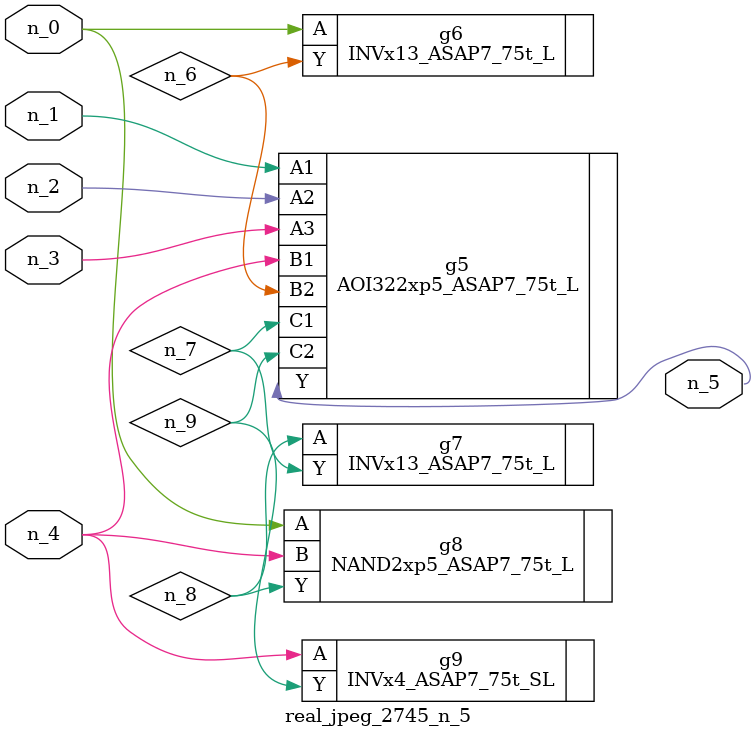
<source format=v>
module real_jpeg_2745_n_5 (n_4, n_0, n_1, n_2, n_3, n_5);

input n_4;
input n_0;
input n_1;
input n_2;
input n_3;

output n_5;

wire n_8;
wire n_6;
wire n_7;
wire n_9;

INVx13_ASAP7_75t_L g6 ( 
.A(n_0),
.Y(n_6)
);

NAND2xp5_ASAP7_75t_L g8 ( 
.A(n_0),
.B(n_4),
.Y(n_8)
);

AOI322xp5_ASAP7_75t_L g5 ( 
.A1(n_1),
.A2(n_2),
.A3(n_3),
.B1(n_4),
.B2(n_6),
.C1(n_7),
.C2(n_9),
.Y(n_5)
);

INVx4_ASAP7_75t_SL g9 ( 
.A(n_4),
.Y(n_9)
);

INVx13_ASAP7_75t_L g7 ( 
.A(n_8),
.Y(n_7)
);


endmodule
</source>
